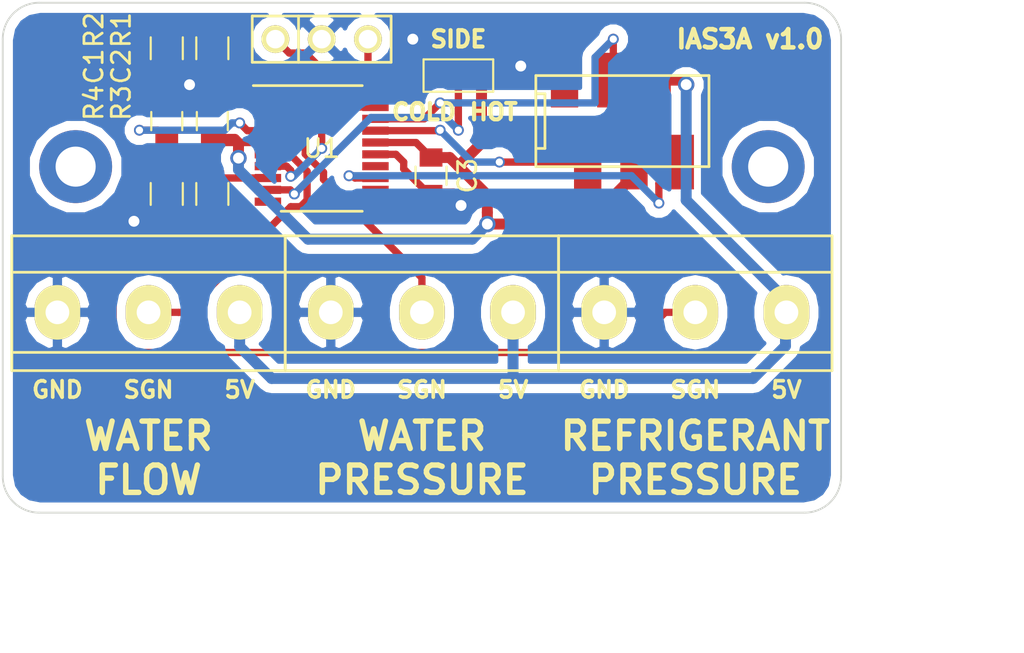
<source format=kicad_pcb>
(kicad_pcb (version 4) (host pcbnew 4.0.7-e2-6376~58~ubuntu16.04.1)

  (general
    (links 34)
    (no_connects 0)
    (area 130.609523 85.485 190.85 124.7)
    (thickness 1.6)
    (drawings 26)
    (tracks 162)
    (zones 0)
    (modules 14)
    (nets 16)
  )

  (page A4)
  (layers
    (0 F.Cu signal)
    (31 B.Cu signal)
    (32 B.Adhes user)
    (33 F.Adhes user)
    (34 B.Paste user)
    (35 F.Paste user)
    (36 B.SilkS user)
    (37 F.SilkS user)
    (38 B.Mask user)
    (39 F.Mask user)
    (40 Dwgs.User user)
    (41 Cmts.User user)
    (42 Eco1.User user)
    (43 Eco2.User user)
    (44 Edge.Cuts user)
    (45 Margin user)
    (46 B.CrtYd user)
    (47 F.CrtYd user)
    (48 B.Fab user hide)
    (49 F.Fab user hide)
  )

  (setup
    (last_trace_width 0.4)
    (trace_clearance 0.2)
    (zone_clearance 0.508)
    (zone_45_only no)
    (trace_min 0.2)
    (segment_width 0.2)
    (edge_width 0.1)
    (via_size 0.6)
    (via_drill 0.4)
    (via_min_size 0.4)
    (via_min_drill 0.3)
    (user_via 0.9 0.6)
    (user_via 3 1)
    (user_via 4 2.2)
    (uvia_size 0.3)
    (uvia_drill 0.1)
    (uvias_allowed no)
    (uvia_min_size 0.2)
    (uvia_min_drill 0.1)
    (pcb_text_width 0.3)
    (pcb_text_size 1.5 1.5)
    (mod_edge_width 0.15)
    (mod_text_size 1 1)
    (mod_text_width 0.15)
    (pad_size 1.5 1.5)
    (pad_drill 0.6)
    (pad_to_mask_clearance 0)
    (aux_axis_origin 131 115)
    (visible_elements FFFFFF7F)
    (pcbplotparams
      (layerselection 0x010f0_80000001)
      (usegerberextensions false)
      (excludeedgelayer true)
      (linewidth 0.100000)
      (plotframeref false)
      (viasonmask false)
      (mode 1)
      (useauxorigin false)
      (hpglpennumber 1)
      (hpglpenspeed 20)
      (hpglpendiameter 15)
      (hpglpenoverlay 2)
      (psnegative false)
      (psa4output false)
      (plotreference true)
      (plotvalue true)
      (plotinvisibletext false)
      (padsonsilk false)
      (subtractmaskfromsilk false)
      (outputformat 1)
      (mirror false)
      (drillshape 0)
      (scaleselection 1)
      (outputdirectory gerber/))
  )

  (net 0 "")
  (net 1 "Net-(C1-Pad1)")
  (net 2 GND)
  (net 3 +3V3)
  (net 4 "Net-(J1-Pad2)")
  (net 5 +5V)
  (net 6 "Net-(J2-Pad2)")
  (net 7 "Net-(J3-Pad2)")
  (net 8 /ALERT)
  (net 9 /SCL)
  (net 10 /SDA)
  (net 11 /SWDIO)
  (net 12 /SWCLK)
  (net 13 "Net-(J4-Pad2)")
  (net 14 "Net-(R1-Pad2)")
  (net 15 "Net-(R3-Pad2)")

  (net_class Default "This is the default net class."
    (clearance 0.2)
    (trace_width 0.4)
    (via_dia 0.6)
    (via_drill 0.4)
    (uvia_dia 0.3)
    (uvia_drill 0.1)
    (add_net /ALERT)
    (add_net /SCL)
    (add_net /SDA)
    (add_net /SWCLK)
    (add_net /SWDIO)
    (add_net "Net-(C1-Pad1)")
    (add_net "Net-(J1-Pad2)")
    (add_net "Net-(J2-Pad2)")
    (add_net "Net-(J3-Pad2)")
    (add_net "Net-(J4-Pad2)")
    (add_net "Net-(R1-Pad2)")
    (add_net "Net-(R3-Pad2)")
  )

  (net_class PWR ""
    (clearance 0.2)
    (trace_width 0.6)
    (via_dia 0.9)
    (via_drill 0.6)
    (uvia_dia 0.3)
    (uvia_drill 0.1)
    (add_net +3V3)
    (add_net +5V)
    (add_net GND)
  )

  (module Capacitors_SMD:C_0805 (layer F.Cu) (tedit 58AA8463) (tstamp 5B736B47)
    (at 140 93.5 90)
    (descr "Capacitor SMD 0805, reflow soldering, AVX (see smccp.pdf)")
    (tags "capacitor 0805")
    (path /5B730B31)
    (attr smd)
    (fp_text reference C1 (at 3 -4 90) (layer F.SilkS)
      (effects (font (size 1 1) (thickness 0.15)))
    )
    (fp_text value 100n (at 0 1.75 90) (layer F.Fab)
      (effects (font (size 1 1) (thickness 0.15)))
    )
    (fp_text user %R (at 0 -1.5 90) (layer F.Fab)
      (effects (font (size 1 1) (thickness 0.15)))
    )
    (fp_line (start -1 0.62) (end -1 -0.62) (layer F.Fab) (width 0.1))
    (fp_line (start 1 0.62) (end -1 0.62) (layer F.Fab) (width 0.1))
    (fp_line (start 1 -0.62) (end 1 0.62) (layer F.Fab) (width 0.1))
    (fp_line (start -1 -0.62) (end 1 -0.62) (layer F.Fab) (width 0.1))
    (fp_line (start 0.5 -0.85) (end -0.5 -0.85) (layer F.SilkS) (width 0.12))
    (fp_line (start -0.5 0.85) (end 0.5 0.85) (layer F.SilkS) (width 0.12))
    (fp_line (start -1.75 -0.88) (end 1.75 -0.88) (layer F.CrtYd) (width 0.05))
    (fp_line (start -1.75 -0.88) (end -1.75 0.87) (layer F.CrtYd) (width 0.05))
    (fp_line (start 1.75 0.87) (end 1.75 -0.88) (layer F.CrtYd) (width 0.05))
    (fp_line (start 1.75 0.87) (end -1.75 0.87) (layer F.CrtYd) (width 0.05))
    (pad 1 smd rect (at -1 0 90) (size 1 1.25) (layers F.Cu F.Paste F.Mask)
      (net 1 "Net-(C1-Pad1)"))
    (pad 2 smd rect (at 1 0 90) (size 1 1.25) (layers F.Cu F.Paste F.Mask)
      (net 2 GND))
    (model Capacitors_SMD.3dshapes/C_0805.wrl
      (at (xyz 0 0 0))
      (scale (xyz 1 1 1))
      (rotate (xyz 0 0 0))
    )
  )

  (module Capacitors_SMD:C_0805 (layer F.Cu) (tedit 58AA8463) (tstamp 5B736B4D)
    (at 142.5 93.5 90)
    (descr "Capacitor SMD 0805, reflow soldering, AVX (see smccp.pdf)")
    (tags "capacitor 0805")
    (path /5B72E37D)
    (attr smd)
    (fp_text reference C2 (at 3 -5 90) (layer F.SilkS)
      (effects (font (size 1 1) (thickness 0.15)))
    )
    (fp_text value 100n (at 0 1.75 90) (layer F.Fab)
      (effects (font (size 1 1) (thickness 0.15)))
    )
    (fp_text user %R (at 0 -1.5 90) (layer F.Fab)
      (effects (font (size 1 1) (thickness 0.15)))
    )
    (fp_line (start -1 0.62) (end -1 -0.62) (layer F.Fab) (width 0.1))
    (fp_line (start 1 0.62) (end -1 0.62) (layer F.Fab) (width 0.1))
    (fp_line (start 1 -0.62) (end 1 0.62) (layer F.Fab) (width 0.1))
    (fp_line (start -1 -0.62) (end 1 -0.62) (layer F.Fab) (width 0.1))
    (fp_line (start 0.5 -0.85) (end -0.5 -0.85) (layer F.SilkS) (width 0.12))
    (fp_line (start -0.5 0.85) (end 0.5 0.85) (layer F.SilkS) (width 0.12))
    (fp_line (start -1.75 -0.88) (end 1.75 -0.88) (layer F.CrtYd) (width 0.05))
    (fp_line (start -1.75 -0.88) (end -1.75 0.87) (layer F.CrtYd) (width 0.05))
    (fp_line (start 1.75 0.87) (end 1.75 -0.88) (layer F.CrtYd) (width 0.05))
    (fp_line (start 1.75 0.87) (end -1.75 0.87) (layer F.CrtYd) (width 0.05))
    (pad 1 smd rect (at -1 0 90) (size 1 1.25) (layers F.Cu F.Paste F.Mask)
      (net 3 +3V3))
    (pad 2 smd rect (at 1 0 90) (size 1 1.25) (layers F.Cu F.Paste F.Mask)
      (net 2 GND))
    (model Capacitors_SMD.3dshapes/C_0805.wrl
      (at (xyz 0 0 0))
      (scale (xyz 1 1 1))
      (rotate (xyz 0 0 0))
    )
  )

  (module Capacitors_SMD:C_0805 (layer F.Cu) (tedit 58AA8463) (tstamp 5B736B53)
    (at 154.5 96.5 270)
    (descr "Capacitor SMD 0805, reflow soldering, AVX (see smccp.pdf)")
    (tags "capacitor 0805")
    (path /5B73420C)
    (attr smd)
    (fp_text reference C3 (at 0 -2 270) (layer F.SilkS)
      (effects (font (size 1 1) (thickness 0.15)))
    )
    (fp_text value 100n (at 0 1.75 270) (layer F.Fab)
      (effects (font (size 1 1) (thickness 0.15)))
    )
    (fp_text user %R (at 0 -1.5 270) (layer F.Fab)
      (effects (font (size 1 1) (thickness 0.15)))
    )
    (fp_line (start -1 0.62) (end -1 -0.62) (layer F.Fab) (width 0.1))
    (fp_line (start 1 0.62) (end -1 0.62) (layer F.Fab) (width 0.1))
    (fp_line (start 1 -0.62) (end 1 0.62) (layer F.Fab) (width 0.1))
    (fp_line (start -1 -0.62) (end 1 -0.62) (layer F.Fab) (width 0.1))
    (fp_line (start 0.5 -0.85) (end -0.5 -0.85) (layer F.SilkS) (width 0.12))
    (fp_line (start -0.5 0.85) (end 0.5 0.85) (layer F.SilkS) (width 0.12))
    (fp_line (start -1.75 -0.88) (end 1.75 -0.88) (layer F.CrtYd) (width 0.05))
    (fp_line (start -1.75 -0.88) (end -1.75 0.87) (layer F.CrtYd) (width 0.05))
    (fp_line (start 1.75 0.87) (end 1.75 -0.88) (layer F.CrtYd) (width 0.05))
    (fp_line (start 1.75 0.87) (end -1.75 0.87) (layer F.CrtYd) (width 0.05))
    (pad 1 smd rect (at -1 0 270) (size 1 1.25) (layers F.Cu F.Paste F.Mask)
      (net 3 +3V3))
    (pad 2 smd rect (at 1 0 270) (size 1 1.25) (layers F.Cu F.Paste F.Mask)
      (net 2 GND))
    (model Capacitors_SMD.3dshapes/C_0805.wrl
      (at (xyz 0 0 0))
      (scale (xyz 1 1 1))
      (rotate (xyz 0 0 0))
    )
  )

  (module device.farm:DG301-5.0-03 (layer F.Cu) (tedit 5B7368CF) (tstamp 5B736B66)
    (at 134 104)
    (path /5B7358BE)
    (fp_text reference J2 (at 0 4.4) (layer F.SilkS) hide
      (effects (font (size 1 1) (thickness 0.15)))
    )
    (fp_text value "Flow Ext" (at 0 -5.4) (layer F.Fab)
      (effects (font (size 1 1) (thickness 0.15)))
    )
    (fp_line (start -2.5 2.2) (end 12.5 2.2) (layer F.SilkS) (width 0.15))
    (fp_line (start -2.5 -2.2) (end 12.5 -2.2) (layer F.SilkS) (width 0.15))
    (fp_line (start -2.5 3.2) (end -2.5 -4.2) (layer F.SilkS) (width 0.15))
    (fp_line (start 12.5 3.2) (end -2.5 3.2) (layer F.SilkS) (width 0.15))
    (fp_line (start 12.5 -4.2) (end 12.5 3.2) (layer F.SilkS) (width 0.15))
    (fp_line (start -2.5 -4.2) (end 12.5 -4.2) (layer F.SilkS) (width 0.15))
    (pad 1 thru_hole oval (at 0 0) (size 2.5 3) (drill 1.3) (layers *.Cu *.Mask F.SilkS)
      (net 2 GND))
    (pad 2 thru_hole oval (at 5 0) (size 2.5 3) (drill 1.3) (layers *.Cu *.Mask F.SilkS)
      (net 6 "Net-(J2-Pad2)"))
    (pad 3 thru_hole oval (at 10 0) (size 2.5 3) (drill 1.3) (layers *.Cu *.Mask F.SilkS)
      (net 5 +5V))
    (model ${DF}/DG301-5.0-03.wrl
      (at (xyz 0 0 0))
      (scale (xyz 0.3937 0.3937 0.3937))
      (rotate (xyz 0 0 0))
    )
  )

  (module device.farm:DG301-5.0-03 (layer F.Cu) (tedit 5B7368D2) (tstamp 5B736B73)
    (at 149 104)
    (path /5B73592D)
    (fp_text reference J3 (at 0 4.4) (layer F.SilkS) hide
      (effects (font (size 1 1) (thickness 0.15)))
    )
    (fp_text value "Pressure Ext" (at 0 -5.4) (layer F.Fab)
      (effects (font (size 1 1) (thickness 0.15)))
    )
    (fp_line (start -2.5 2.2) (end 12.5 2.2) (layer F.SilkS) (width 0.15))
    (fp_line (start -2.5 -2.2) (end 12.5 -2.2) (layer F.SilkS) (width 0.15))
    (fp_line (start -2.5 3.2) (end -2.5 -4.2) (layer F.SilkS) (width 0.15))
    (fp_line (start 12.5 3.2) (end -2.5 3.2) (layer F.SilkS) (width 0.15))
    (fp_line (start 12.5 -4.2) (end 12.5 3.2) (layer F.SilkS) (width 0.15))
    (fp_line (start -2.5 -4.2) (end 12.5 -4.2) (layer F.SilkS) (width 0.15))
    (pad 1 thru_hole oval (at 0 0) (size 2.5 3) (drill 1.3) (layers *.Cu *.Mask F.SilkS)
      (net 2 GND))
    (pad 2 thru_hole oval (at 5 0) (size 2.5 3) (drill 1.3) (layers *.Cu *.Mask F.SilkS)
      (net 7 "Net-(J3-Pad2)"))
    (pad 3 thru_hole oval (at 10 0) (size 2.5 3) (drill 1.3) (layers *.Cu *.Mask F.SilkS)
      (net 5 +5V))
    (model ${DF}/DG301-5.0-03.wrl
      (at (xyz 0 0 0))
      (scale (xyz 0.3937 0.3937 0.3937))
      (rotate (xyz 0 0 0))
    )
  )

  (module device.farm:DG301-5.0-03 (layer F.Cu) (tedit 5B7368D5) (tstamp 5B736B80)
    (at 164 104)
    (path /5B735958)
    (fp_text reference J4 (at 0 4.4) (layer F.SilkS) hide
      (effects (font (size 1 1) (thickness 0.15)))
    )
    (fp_text value "Pressure Int" (at 0 -5.4) (layer F.Fab)
      (effects (font (size 1 1) (thickness 0.15)))
    )
    (fp_line (start -2.5 2.2) (end 12.5 2.2) (layer F.SilkS) (width 0.15))
    (fp_line (start -2.5 -2.2) (end 12.5 -2.2) (layer F.SilkS) (width 0.15))
    (fp_line (start -2.5 3.2) (end -2.5 -4.2) (layer F.SilkS) (width 0.15))
    (fp_line (start 12.5 3.2) (end -2.5 3.2) (layer F.SilkS) (width 0.15))
    (fp_line (start 12.5 -4.2) (end 12.5 3.2) (layer F.SilkS) (width 0.15))
    (fp_line (start -2.5 -4.2) (end 12.5 -4.2) (layer F.SilkS) (width 0.15))
    (pad 1 thru_hole oval (at 0 0) (size 2.5 3) (drill 1.3) (layers *.Cu *.Mask F.SilkS)
      (net 2 GND))
    (pad 2 thru_hole oval (at 5 0) (size 2.5 3) (drill 1.3) (layers *.Cu *.Mask F.SilkS)
      (net 13 "Net-(J4-Pad2)"))
    (pad 3 thru_hole oval (at 10 0) (size 2.5 3) (drill 1.3) (layers *.Cu *.Mask F.SilkS)
      (net 5 +5V))
    (model ${DF}/DG301-5.0-03.wrl
      (at (xyz 0 0 0))
      (scale (xyz 0.3937 0.3937 0.3937))
      (rotate (xyz 0 0 0))
    )
  )

  (module Resistors_SMD:R_0805 (layer F.Cu) (tedit 58E0A804) (tstamp 5B736BA8)
    (at 142.5 89.5 90)
    (descr "Resistor SMD 0805, reflow soldering, Vishay (see dcrcw.pdf)")
    (tags "resistor 0805")
    (path /5B736C1A)
    (attr smd)
    (fp_text reference R1 (at 1 -5 90) (layer F.SilkS)
      (effects (font (size 1 1) (thickness 0.15)))
    )
    (fp_text value 4k7 (at 0 1.75 90) (layer F.Fab)
      (effects (font (size 1 1) (thickness 0.15)))
    )
    (fp_text user %R (at 0 0 90) (layer F.Fab)
      (effects (font (size 0.5 0.5) (thickness 0.075)))
    )
    (fp_line (start -1 0.62) (end -1 -0.62) (layer F.Fab) (width 0.1))
    (fp_line (start 1 0.62) (end -1 0.62) (layer F.Fab) (width 0.1))
    (fp_line (start 1 -0.62) (end 1 0.62) (layer F.Fab) (width 0.1))
    (fp_line (start -1 -0.62) (end 1 -0.62) (layer F.Fab) (width 0.1))
    (fp_line (start 0.6 0.88) (end -0.6 0.88) (layer F.SilkS) (width 0.12))
    (fp_line (start -0.6 -0.88) (end 0.6 -0.88) (layer F.SilkS) (width 0.12))
    (fp_line (start -1.55 -0.9) (end 1.55 -0.9) (layer F.CrtYd) (width 0.05))
    (fp_line (start -1.55 -0.9) (end -1.55 0.9) (layer F.CrtYd) (width 0.05))
    (fp_line (start 1.55 0.9) (end 1.55 -0.9) (layer F.CrtYd) (width 0.05))
    (fp_line (start 1.55 0.9) (end -1.55 0.9) (layer F.CrtYd) (width 0.05))
    (pad 1 smd rect (at -0.95 0 90) (size 0.7 1.3) (layers F.Cu F.Paste F.Mask)
      (net 7 "Net-(J3-Pad2)"))
    (pad 2 smd rect (at 0.95 0 90) (size 0.7 1.3) (layers F.Cu F.Paste F.Mask)
      (net 14 "Net-(R1-Pad2)"))
    (model ${KISYS3DMOD}/Resistors_SMD.3dshapes/R_0805.wrl
      (at (xyz 0 0 0))
      (scale (xyz 1 1 1))
      (rotate (xyz 0 0 0))
    )
  )

  (module Resistors_SMD:R_0805 (layer F.Cu) (tedit 58E0A804) (tstamp 5B736BB9)
    (at 140 89.5 90)
    (descr "Resistor SMD 0805, reflow soldering, Vishay (see dcrcw.pdf)")
    (tags "resistor 0805")
    (path /5B736C74)
    (attr smd)
    (fp_text reference R2 (at 1 -4 90) (layer F.SilkS)
      (effects (font (size 1 1) (thickness 0.15)))
    )
    (fp_text value 10k (at 0 1.75 90) (layer F.Fab)
      (effects (font (size 1 1) (thickness 0.15)))
    )
    (fp_text user %R (at 0 0 90) (layer F.Fab)
      (effects (font (size 0.5 0.5) (thickness 0.075)))
    )
    (fp_line (start -1 0.62) (end -1 -0.62) (layer F.Fab) (width 0.1))
    (fp_line (start 1 0.62) (end -1 0.62) (layer F.Fab) (width 0.1))
    (fp_line (start 1 -0.62) (end 1 0.62) (layer F.Fab) (width 0.1))
    (fp_line (start -1 -0.62) (end 1 -0.62) (layer F.Fab) (width 0.1))
    (fp_line (start 0.6 0.88) (end -0.6 0.88) (layer F.SilkS) (width 0.12))
    (fp_line (start -0.6 -0.88) (end 0.6 -0.88) (layer F.SilkS) (width 0.12))
    (fp_line (start -1.55 -0.9) (end 1.55 -0.9) (layer F.CrtYd) (width 0.05))
    (fp_line (start -1.55 -0.9) (end -1.55 0.9) (layer F.CrtYd) (width 0.05))
    (fp_line (start 1.55 0.9) (end 1.55 -0.9) (layer F.CrtYd) (width 0.05))
    (fp_line (start 1.55 0.9) (end -1.55 0.9) (layer F.CrtYd) (width 0.05))
    (pad 1 smd rect (at -0.95 0 90) (size 0.7 1.3) (layers F.Cu F.Paste F.Mask)
      (net 2 GND))
    (pad 2 smd rect (at 0.95 0 90) (size 0.7 1.3) (layers F.Cu F.Paste F.Mask)
      (net 14 "Net-(R1-Pad2)"))
    (model ${KISYS3DMOD}/Resistors_SMD.3dshapes/R_0805.wrl
      (at (xyz 0 0 0))
      (scale (xyz 1 1 1))
      (rotate (xyz 0 0 0))
    )
  )

  (module Resistors_SMD:R_0805 (layer F.Cu) (tedit 58E0A804) (tstamp 5B736BCA)
    (at 142.5 97.5 90)
    (descr "Resistor SMD 0805, reflow soldering, Vishay (see dcrcw.pdf)")
    (tags "resistor 0805")
    (path /5B736CEC)
    (attr smd)
    (fp_text reference R3 (at 5 -5 90) (layer F.SilkS)
      (effects (font (size 1 1) (thickness 0.15)))
    )
    (fp_text value 4k7 (at 0 1.75 90) (layer F.Fab)
      (effects (font (size 1 1) (thickness 0.15)))
    )
    (fp_text user %R (at 0 0 90) (layer F.Fab)
      (effects (font (size 0.5 0.5) (thickness 0.075)))
    )
    (fp_line (start -1 0.62) (end -1 -0.62) (layer F.Fab) (width 0.1))
    (fp_line (start 1 0.62) (end -1 0.62) (layer F.Fab) (width 0.1))
    (fp_line (start 1 -0.62) (end 1 0.62) (layer F.Fab) (width 0.1))
    (fp_line (start -1 -0.62) (end 1 -0.62) (layer F.Fab) (width 0.1))
    (fp_line (start 0.6 0.88) (end -0.6 0.88) (layer F.SilkS) (width 0.12))
    (fp_line (start -0.6 -0.88) (end 0.6 -0.88) (layer F.SilkS) (width 0.12))
    (fp_line (start -1.55 -0.9) (end 1.55 -0.9) (layer F.CrtYd) (width 0.05))
    (fp_line (start -1.55 -0.9) (end -1.55 0.9) (layer F.CrtYd) (width 0.05))
    (fp_line (start 1.55 0.9) (end 1.55 -0.9) (layer F.CrtYd) (width 0.05))
    (fp_line (start 1.55 0.9) (end -1.55 0.9) (layer F.CrtYd) (width 0.05))
    (pad 1 smd rect (at -0.95 0 90) (size 0.7 1.3) (layers F.Cu F.Paste F.Mask)
      (net 13 "Net-(J4-Pad2)"))
    (pad 2 smd rect (at 0.95 0 90) (size 0.7 1.3) (layers F.Cu F.Paste F.Mask)
      (net 15 "Net-(R3-Pad2)"))
    (model ${KISYS3DMOD}/Resistors_SMD.3dshapes/R_0805.wrl
      (at (xyz 0 0 0))
      (scale (xyz 1 1 1))
      (rotate (xyz 0 0 0))
    )
  )

  (module Resistors_SMD:R_0805 (layer F.Cu) (tedit 58E0A804) (tstamp 5B736BDB)
    (at 140 97.5 90)
    (descr "Resistor SMD 0805, reflow soldering, Vishay (see dcrcw.pdf)")
    (tags "resistor 0805")
    (path /5B736D37)
    (attr smd)
    (fp_text reference R4 (at 5 -4 90) (layer F.SilkS)
      (effects (font (size 1 1) (thickness 0.15)))
    )
    (fp_text value 10k (at 0 1.75 90) (layer F.Fab)
      (effects (font (size 1 1) (thickness 0.15)))
    )
    (fp_text user %R (at 0 0 90) (layer F.Fab)
      (effects (font (size 0.5 0.5) (thickness 0.075)))
    )
    (fp_line (start -1 0.62) (end -1 -0.62) (layer F.Fab) (width 0.1))
    (fp_line (start 1 0.62) (end -1 0.62) (layer F.Fab) (width 0.1))
    (fp_line (start 1 -0.62) (end 1 0.62) (layer F.Fab) (width 0.1))
    (fp_line (start -1 -0.62) (end 1 -0.62) (layer F.Fab) (width 0.1))
    (fp_line (start 0.6 0.88) (end -0.6 0.88) (layer F.SilkS) (width 0.12))
    (fp_line (start -0.6 -0.88) (end 0.6 -0.88) (layer F.SilkS) (width 0.12))
    (fp_line (start -1.55 -0.9) (end 1.55 -0.9) (layer F.CrtYd) (width 0.05))
    (fp_line (start -1.55 -0.9) (end -1.55 0.9) (layer F.CrtYd) (width 0.05))
    (fp_line (start 1.55 0.9) (end 1.55 -0.9) (layer F.CrtYd) (width 0.05))
    (fp_line (start 1.55 0.9) (end -1.55 0.9) (layer F.CrtYd) (width 0.05))
    (pad 1 smd rect (at -0.95 0 90) (size 0.7 1.3) (layers F.Cu F.Paste F.Mask)
      (net 2 GND))
    (pad 2 smd rect (at 0.95 0 90) (size 0.7 1.3) (layers F.Cu F.Paste F.Mask)
      (net 15 "Net-(R3-Pad2)"))
    (model ${KISYS3DMOD}/Resistors_SMD.3dshapes/R_0805.wrl
      (at (xyz 0 0 0))
      (scale (xyz 1 1 1))
      (rotate (xyz 0 0 0))
    )
  )

  (module Housings_SSOP:TSSOP-20_4.4x6.5mm_Pitch0.65mm (layer F.Cu) (tedit 54130A77) (tstamp 5B736BF3)
    (at 148.5 95)
    (descr "20-Lead Plastic Thin Shrink Small Outline (ST)-4.4 mm Body [TSSOP] (see Microchip Packaging Specification 00000049BS.pdf)")
    (tags "SSOP 0.65")
    (path /5B734BEB)
    (attr smd)
    (fp_text reference U1 (at 0 0) (layer F.SilkS)
      (effects (font (size 1 1) (thickness 0.15)))
    )
    (fp_text value STM32F030F4Px (at 0 4.3) (layer F.Fab)
      (effects (font (size 1 1) (thickness 0.15)))
    )
    (fp_line (start -1.2 -3.25) (end 2.2 -3.25) (layer F.Fab) (width 0.15))
    (fp_line (start 2.2 -3.25) (end 2.2 3.25) (layer F.Fab) (width 0.15))
    (fp_line (start 2.2 3.25) (end -2.2 3.25) (layer F.Fab) (width 0.15))
    (fp_line (start -2.2 3.25) (end -2.2 -2.25) (layer F.Fab) (width 0.15))
    (fp_line (start -2.2 -2.25) (end -1.2 -3.25) (layer F.Fab) (width 0.15))
    (fp_line (start -3.95 -3.55) (end -3.95 3.55) (layer F.CrtYd) (width 0.05))
    (fp_line (start 3.95 -3.55) (end 3.95 3.55) (layer F.CrtYd) (width 0.05))
    (fp_line (start -3.95 -3.55) (end 3.95 -3.55) (layer F.CrtYd) (width 0.05))
    (fp_line (start -3.95 3.55) (end 3.95 3.55) (layer F.CrtYd) (width 0.05))
    (fp_line (start -2.225 3.45) (end 2.225 3.45) (layer F.SilkS) (width 0.15))
    (fp_line (start -3.75 -3.45) (end 2.225 -3.45) (layer F.SilkS) (width 0.15))
    (fp_text user %R (at 0 0) (layer F.Fab)
      (effects (font (size 0.8 0.8) (thickness 0.15)))
    )
    (pad 1 smd rect (at -2.95 -2.925) (size 1.45 0.45) (layers F.Cu F.Paste F.Mask)
      (net 2 GND))
    (pad 2 smd rect (at -2.95 -2.275) (size 1.45 0.45) (layers F.Cu F.Paste F.Mask))
    (pad 3 smd rect (at -2.95 -1.625) (size 1.45 0.45) (layers F.Cu F.Paste F.Mask))
    (pad 4 smd rect (at -2.95 -0.975) (size 1.45 0.45) (layers F.Cu F.Paste F.Mask)
      (net 1 "Net-(C1-Pad1)"))
    (pad 5 smd rect (at -2.95 -0.325) (size 1.45 0.45) (layers F.Cu F.Paste F.Mask)
      (net 3 +3V3))
    (pad 6 smd rect (at -2.95 0.325) (size 1.45 0.45) (layers F.Cu F.Paste F.Mask)
      (net 6 "Net-(J2-Pad2)"))
    (pad 7 smd rect (at -2.95 0.975) (size 1.45 0.45) (layers F.Cu F.Paste F.Mask)
      (net 14 "Net-(R1-Pad2)"))
    (pad 8 smd rect (at -2.95 1.625) (size 1.45 0.45) (layers F.Cu F.Paste F.Mask)
      (net 15 "Net-(R3-Pad2)"))
    (pad 9 smd rect (at -2.95 2.275) (size 1.45 0.45) (layers F.Cu F.Paste F.Mask)
      (net 4 "Net-(J1-Pad2)"))
    (pad 10 smd rect (at -2.95 2.925) (size 1.45 0.45) (layers F.Cu F.Paste F.Mask))
    (pad 11 smd rect (at 2.95 2.925) (size 1.45 0.45) (layers F.Cu F.Paste F.Mask))
    (pad 12 smd rect (at 2.95 2.275) (size 1.45 0.45) (layers F.Cu F.Paste F.Mask))
    (pad 13 smd rect (at 2.95 1.625) (size 1.45 0.45) (layers F.Cu F.Paste F.Mask)
      (net 8 /ALERT))
    (pad 14 smd rect (at 2.95 0.975) (size 1.45 0.45) (layers F.Cu F.Paste F.Mask))
    (pad 15 smd rect (at 2.95 0.325) (size 1.45 0.45) (layers F.Cu F.Paste F.Mask)
      (net 2 GND))
    (pad 16 smd rect (at 2.95 -0.325) (size 1.45 0.45) (layers F.Cu F.Paste F.Mask)
      (net 3 +3V3))
    (pad 17 smd rect (at 2.95 -0.975) (size 1.45 0.45) (layers F.Cu F.Paste F.Mask)
      (net 9 /SCL))
    (pad 18 smd rect (at 2.95 -1.625) (size 1.45 0.45) (layers F.Cu F.Paste F.Mask)
      (net 10 /SDA))
    (pad 19 smd rect (at 2.95 -2.275) (size 1.45 0.45) (layers F.Cu F.Paste F.Mask)
      (net 11 /SWDIO))
    (pad 20 smd rect (at 2.95 -2.925) (size 1.45 0.45) (layers F.Cu F.Paste F.Mask)
      (net 12 /SWCLK))
    (model ${KISYS3DMOD}/Housings_SSOP.3dshapes/TSSOP-20_4.4x6.5mm_Pitch0.65mm.wrl
      (at (xyz 0 0 0))
      (scale (xyz 1 1 1))
      (rotate (xyz 0 0 0))
    )
  )

  (module device.farm:Micro-Match-FOB-6 (layer F.Cu) (tedit 5B737B87) (tstamp 5B736C04)
    (at 165 93.5)
    (path /5B72E107)
    (fp_text reference X1 (at 0 5) (layer F.SilkS) hide
      (effects (font (size 1 1) (thickness 0.15)))
    )
    (fp_text value I2C-6P (at 0 -5) (layer F.Fab)
      (effects (font (size 1 1) (thickness 0.15)))
    )
    (fp_line (start -4.75 -2.5) (end 4.75 -2.5) (layer F.SilkS) (width 0.15))
    (fp_line (start -4.75 2.5) (end 4.75 2.5) (layer F.SilkS) (width 0.15))
    (fp_line (start -4.75 -2.5) (end -4.75 2.5) (layer F.SilkS) (width 0.15))
    (fp_line (start 4.75 -2.5) (end 4.75 2.5) (layer F.SilkS) (width 0.15))
    (fp_line (start -4.75 -1.5) (end -4.25 -1.5) (layer F.SilkS) (width 0.15))
    (fp_line (start -4.25 -1.5) (end -4.25 1.5) (layer F.SilkS) (width 0.15))
    (fp_line (start -4.75 1.5) (end -4.25 1.5) (layer F.SilkS) (width 0.15))
    (pad 1 smd rect (at -3.175 -2.25) (size 1.5 3) (layers F.Cu F.Paste F.Mask)
      (net 2 GND))
    (pad 2 smd rect (at -1.905 2.25) (size 1.5 3) (layers F.Cu F.Paste F.Mask)
      (net 9 /SCL))
    (pad 3 smd rect (at -0.635 -2.25) (size 1.5 3) (layers F.Cu F.Paste F.Mask)
      (net 10 /SDA))
    (pad 4 smd rect (at 0.635 2.25) (size 1.5 3) (layers F.Cu F.Paste F.Mask)
      (net 3 +3V3))
    (pad 5 smd rect (at 1.905 -2.25) (size 1.5 3) (layers F.Cu F.Paste F.Mask)
      (net 5 +5V))
    (pad 6 smd rect (at 3.175 2.25) (size 1.5 3) (layers F.Cu F.Paste F.Mask)
      (net 8 /ALERT))
    (model ${DF}/Micro-Match-FOB-6.wrl
      (at (xyz 0 0 0))
      (scale (xyz 0.393701 0.393701 0.393701))
      (rotate (xyz 0 0 0))
    )
  )

  (module device.farm:SWD (layer F.Cu) (tedit 5B737B91) (tstamp 5B736C10)
    (at 148.5 89)
    (path /5B72E3F4)
    (fp_text reference X2 (at 0 2.54) (layer F.SilkS) hide
      (effects (font (size 1 1) (thickness 0.15)))
    )
    (fp_text value SWD (at 0 -2.54) (layer F.Fab)
      (effects (font (size 1 1) (thickness 0.15)))
    )
    (fp_line (start -1.27 -1.27) (end -1.27 1.27) (layer F.SilkS) (width 0.15))
    (fp_line (start -3.81 -1.27) (end 3.81 -1.27) (layer F.SilkS) (width 0.15))
    (fp_line (start 3.81 -1.27) (end 3.81 1.27) (layer F.SilkS) (width 0.15))
    (fp_line (start 3.81 1.27) (end -3.81 1.27) (layer F.SilkS) (width 0.15))
    (fp_line (start -3.81 1.27) (end -3.81 -1.27) (layer F.SilkS) (width 0.15))
    (pad 1 thru_hole circle (at -2.54 0) (size 1.524 1.524) (drill 1.016) (layers *.Cu *.Mask F.SilkS)
      (net 11 /SWDIO))
    (pad 2 thru_hole circle (at 0 0) (size 1.524 1.524) (drill 1.016) (layers *.Cu *.Mask F.SilkS)
      (net 2 GND))
    (pad 3 thru_hole circle (at 2.54 0) (size 1.524 1.524) (drill 1.016) (layers *.Cu *.Mask F.SilkS)
      (net 12 /SWCLK))
  )

  (module Connectors:GS3 (layer F.Cu) (tedit 5B73789D) (tstamp 5B73736A)
    (at 156 91 90)
    (descr "3-pin solder bridge")
    (tags "solder bridge")
    (path /5B7355B0)
    (attr smd)
    (fp_text reference J1 (at -1.7 0 180) (layer F.SilkS) hide
      (effects (font (size 1 1) (thickness 0.15)))
    )
    (fp_text value Address (at 1.8 0 180) (layer F.Fab)
      (effects (font (size 1 1) (thickness 0.15)))
    )
    (fp_line (start -1.15 -2.15) (end 1.15 -2.15) (layer F.CrtYd) (width 0.05))
    (fp_line (start 1.15 -2.15) (end 1.15 2.15) (layer F.CrtYd) (width 0.05))
    (fp_line (start 1.15 2.15) (end -1.15 2.15) (layer F.CrtYd) (width 0.05))
    (fp_line (start -1.15 2.15) (end -1.15 -2.15) (layer F.CrtYd) (width 0.05))
    (fp_line (start -0.89 -1.91) (end -0.89 1.91) (layer F.SilkS) (width 0.12))
    (fp_line (start -0.89 1.91) (end 0.89 1.91) (layer F.SilkS) (width 0.12))
    (fp_line (start 0.89 1.91) (end 0.89 -1.91) (layer F.SilkS) (width 0.12))
    (fp_line (start -0.89 -1.91) (end 0.89 -1.91) (layer F.SilkS) (width 0.12))
    (pad 1 smd rect (at 0 -1.27 90) (size 1.27 0.97) (layers F.Cu F.Paste F.Mask)
      (net 2 GND))
    (pad 2 smd rect (at 0 0 90) (size 1.27 0.97) (layers F.Cu F.Paste F.Mask)
      (net 4 "Net-(J1-Pad2)"))
    (pad 3 smd rect (at 0 1.27 90) (size 1.27 0.97) (layers F.Cu F.Paste F.Mask)
      (net 3 +3V3))
  )

  (gr_text "IAS3A v1.0" (at 172 89) (layer F.SilkS)
    (effects (font (size 1 1) (thickness 0.25)))
  )
  (gr_text SIDE (at 156 89) (layer F.SilkS) (tstamp 5B737F52)
    (effects (font (size 0.9 0.9) (thickness 0.225)))
  )
  (gr_text HOT (at 156.5 93) (layer F.SilkS) (tstamp 5B737DD7)
    (effects (font (size 0.9 0.9) (thickness 0.225)) (justify left))
  )
  (gr_text COLD (at 156 93) (layer F.SilkS)
    (effects (font (size 0.9 0.9) (thickness 0.225)) (justify right))
  )
  (gr_arc (start 175 89) (end 175 87) (angle 90) (layer Edge.Cuts) (width 0.1))
  (gr_arc (start 133 89) (end 131 89) (angle 90) (layer Edge.Cuts) (width 0.1))
  (gr_arc (start 175 113) (end 177 113) (angle 90) (layer Edge.Cuts) (width 0.1))
  (gr_arc (start 133 113) (end 133 115) (angle 90) (layer Edge.Cuts) (width 0.1))
  (gr_text 5V (at 174 108.25) (layer F.SilkS) (tstamp 5B7373DD)
    (effects (font (size 0.9 0.9) (thickness 0.2)))
  )
  (gr_text 5V (at 159 108.25) (layer F.SilkS) (tstamp 5B7373DC)
    (effects (font (size 0.9 0.9) (thickness 0.2)))
  )
  (gr_text SGN (at 169 108.25) (layer F.SilkS) (tstamp 5B7373DA)
    (effects (font (size 0.9 0.9) (thickness 0.2)))
  )
  (gr_text SGN (at 154 108.25) (layer F.SilkS) (tstamp 5B7373D9)
    (effects (font (size 0.9 0.9) (thickness 0.2)))
  )
  (gr_text GND (at 164 108.25) (layer F.SilkS) (tstamp 5B7373D4)
    (effects (font (size 0.9 0.9) (thickness 0.2)))
  )
  (gr_text GND (at 149 108.25) (layer F.SilkS) (tstamp 5B7373D3)
    (effects (font (size 0.9 0.9) (thickness 0.2)))
  )
  (gr_text 5V (at 144 108.25) (layer F.SilkS) (tstamp 5B7373CD)
    (effects (font (size 0.9 0.9) (thickness 0.2)))
  )
  (gr_text SGN (at 139 108.25) (layer F.SilkS) (tstamp 5B7373CC)
    (effects (font (size 0.9 0.9) (thickness 0.2)))
  )
  (gr_text GND (at 134 108.25) (layer F.SilkS)
    (effects (font (size 0.9 0.9) (thickness 0.2)))
  )
  (gr_line (start 131 89) (end 131 113) (layer Edge.Cuts) (width 0.1))
  (gr_line (start 175 87) (end 133 87) (layer Edge.Cuts) (width 0.1))
  (dimension 46 (width 0.3) (layer Dwgs.User)
    (gr_text "46,000 mm" (at 154 123.349999) (layer Dwgs.User)
      (effects (font (size 1.5 1.5) (thickness 0.3)))
    )
    (feature1 (pts (xy 177 115) (xy 177 124.699999)))
    (feature2 (pts (xy 131 115) (xy 131 124.699999)))
    (crossbar (pts (xy 131 121.999999) (xy 177 121.999999)))
    (arrow1a (pts (xy 177 121.999999) (xy 175.873496 122.58642)))
    (arrow1b (pts (xy 177 121.999999) (xy 175.873496 121.413578)))
    (arrow2a (pts (xy 131 121.999999) (xy 132.126504 122.58642)))
    (arrow2b (pts (xy 131 121.999999) (xy 132.126504 121.413578)))
  )
  (dimension 28 (width 0.3) (layer Dwgs.User)
    (gr_text "28,000 mm" (at 184.35 101 90) (layer Dwgs.User)
      (effects (font (size 1.5 1.5) (thickness 0.3)))
    )
    (feature1 (pts (xy 177 87) (xy 185.7 87)))
    (feature2 (pts (xy 177 115) (xy 185.7 115)))
    (crossbar (pts (xy 183 115) (xy 183 87)))
    (arrow1a (pts (xy 183 87) (xy 183.586421 88.126504)))
    (arrow1b (pts (xy 183 87) (xy 182.413579 88.126504)))
    (arrow2a (pts (xy 183 115) (xy 183.586421 113.873496)))
    (arrow2b (pts (xy 183 115) (xy 182.413579 113.873496)))
  )
  (gr_line (start 177 113) (end 177 89) (layer Edge.Cuts) (width 0.1))
  (gr_line (start 133 115) (end 175 115) (layer Edge.Cuts) (width 0.1))
  (gr_text "REFRIGERANT\nPRESSURE" (at 169 112) (layer F.SilkS) (tstamp 5B736F33)
    (effects (font (size 1.5 1.5) (thickness 0.3)))
  )
  (gr_text "WATER\nPRESSURE" (at 154 112) (layer F.SilkS) (tstamp 5B736F32)
    (effects (font (size 1.5 1.5) (thickness 0.3)))
  )
  (gr_text "WATER\nFLOW" (at 139 112) (layer F.SilkS)
    (effects (font (size 1.5 1.5) (thickness 0.3)))
  )

  (via (at 173 96) (size 4) (drill 2.2) (layers F.Cu B.Cu) (net 0))
  (via (at 135 96) (size 4) (drill 2.2) (layers F.Cu B.Cu) (net 0))
  (segment (start 138.5 94) (end 139.5 94) (width 0.4) (layer F.Cu) (net 1))
  (segment (start 139.5 94) (end 140 94.5) (width 0.4) (layer F.Cu) (net 1))
  (segment (start 143.175736 94) (end 138.5 94) (width 0.4) (layer B.Cu) (net 1))
  (via (at 138.5 94) (size 0.6) (drill 0.4) (layers F.Cu B.Cu) (net 1))
  (segment (start 144 93.6) (end 143.575736 93.6) (width 0.4) (layer B.Cu) (net 1))
  (segment (start 143.575736 93.6) (end 143.175736 94) (width 0.4) (layer B.Cu) (net 1))
  (via (at 144 93.6) (size 0.6) (drill 0.4) (layers F.Cu B.Cu) (net 1))
  (segment (start 145.55 94.025) (end 144.425 94.025) (width 0.4) (layer F.Cu) (net 1))
  (segment (start 144.425 94.025) (end 144 93.6) (width 0.4) (layer F.Cu) (net 1))
  (segment (start 159.872474 90.927411) (end 159.422475 90.477412) (width 0.6) (layer F.Cu) (net 2))
  (segment (start 160.195063 91.25) (end 159.872474 90.927411) (width 0.6) (layer F.Cu) (net 2))
  (segment (start 161.825 91.25) (end 160.195063 91.25) (width 0.6) (layer F.Cu) (net 2))
  (via (at 159.422475 90.477412) (size 0.9) (drill 0.6) (layers F.Cu B.Cu) (net 2))
  (via (at 138.2 99) (size 0.9) (drill 0.6) (layers F.Cu B.Cu) (net 2))
  (segment (start 140 98.45) (end 138.75 98.45) (width 0.6) (layer F.Cu) (net 2))
  (segment (start 138.75 98.45) (end 138.2 99) (width 0.6) (layer F.Cu) (net 2))
  (segment (start 156.147011 97.922011) (end 156.147011 98.132662) (width 0.6) (layer F.Cu) (net 2))
  (segment (start 155.725 97.5) (end 156.147011 97.922011) (width 0.6) (layer F.Cu) (net 2))
  (segment (start 154.5 97.5) (end 155.725 97.5) (width 0.6) (layer F.Cu) (net 2))
  (via (at 156.147011 98.132662) (size 0.9) (drill 0.6) (layers F.Cu B.Cu) (net 2))
  (segment (start 153.5 89.62) (end 153.5 89) (width 0.6) (layer F.Cu) (net 2))
  (via (at 153.5 89) (size 0.9) (drill 0.6) (layers F.Cu B.Cu) (net 2))
  (segment (start 154.73 91) (end 154.73 90.85) (width 0.6) (layer F.Cu) (net 2))
  (segment (start 154.73 90.85) (end 153.5 89.62) (width 0.6) (layer F.Cu) (net 2))
  (segment (start 153 95.75) (end 153 96.125) (width 0.4) (layer F.Cu) (net 2))
  (segment (start 152.575 95.325) (end 153 95.75) (width 0.4) (layer F.Cu) (net 2))
  (segment (start 151.45 95.325) (end 152.575 95.325) (width 0.4) (layer F.Cu) (net 2))
  (segment (start 153 96.125) (end 154.375 97.5) (width 0.4) (layer F.Cu) (net 2))
  (segment (start 154.375 97.5) (end 154.5 97.5) (width 0.6) (layer F.Cu) (net 2))
  (via (at 141.25 91.5) (size 0.9) (drill 0.6) (layers F.Cu B.Cu) (net 2))
  (segment (start 141.25 92.5) (end 140 92.5) (width 0.6) (layer F.Cu) (net 2))
  (segment (start 142.5 92.5) (end 141.25 92.5) (width 0.6) (layer F.Cu) (net 2))
  (segment (start 141.25 92.5) (end 141.25 91.5) (width 0.6) (layer F.Cu) (net 2))
  (segment (start 145.55 92.075) (end 142.925 92.075) (width 0.4) (layer F.Cu) (net 2))
  (segment (start 142.925 92.075) (end 142.5 92.5) (width 0.4) (layer F.Cu) (net 2))
  (segment (start 140 90.45) (end 140 92.5) (width 0.6) (layer F.Cu) (net 2))
  (segment (start 143.934399 95.530333) (end 143.934399 96.166729) (width 0.6) (layer B.Cu) (net 3))
  (segment (start 143.934399 96.166729) (end 147.750924 99.983254) (width 0.6) (layer B.Cu) (net 3))
  (segment (start 147.750924 99.983254) (end 156.759623 99.983254) (width 0.6) (layer B.Cu) (net 3))
  (segment (start 156.759623 99.983254) (end 157.589162 99.153715) (width 0.6) (layer B.Cu) (net 3))
  (segment (start 165.635 96.5) (end 163.135 99) (width 0.6) (layer F.Cu) (net 3))
  (segment (start 157.589162 99.153715) (end 162.981285 99.153715) (width 0.6) (layer F.Cu) (net 3))
  (segment (start 162.981285 99.153715) (end 163.135 99) (width 0.6) (layer F.Cu) (net 3))
  (segment (start 165.635 95.75) (end 165.635 96.5) (width 0.6) (layer F.Cu) (net 3))
  (segment (start 143.934399 94.893937) (end 143.934399 95.530333) (width 0.6) (layer F.Cu) (net 3))
  (segment (start 143.934399 94.709399) (end 143.934399 94.893937) (width 0.6) (layer F.Cu) (net 3))
  (segment (start 143.725 94.5) (end 143.934399 94.709399) (width 0.6) (layer F.Cu) (net 3))
  (segment (start 142.5 94.5) (end 143.725 94.5) (width 0.6) (layer F.Cu) (net 3))
  (via (at 143.934399 95.530333) (size 0.9) (drill 0.6) (layers F.Cu B.Cu) (net 3))
  (segment (start 157.589162 98.517319) (end 157.589162 99.153715) (width 0.6) (layer F.Cu) (net 3))
  (segment (start 157.589162 97.564162) (end 157.589162 98.517319) (width 0.6) (layer F.Cu) (net 3))
  (segment (start 156 95.975) (end 157.589162 97.564162) (width 0.6) (layer F.Cu) (net 3))
  (via (at 157.589162 99.153715) (size 0.9) (drill 0.6) (layers F.Cu B.Cu) (net 3))
  (segment (start 155.525 95.5) (end 156 95.975) (width 0.6) (layer F.Cu) (net 3))
  (segment (start 157.27 91) (end 157.27 94.705) (width 0.6) (layer F.Cu) (net 3))
  (segment (start 157.27 94.705) (end 156 95.975) (width 0.6) (layer F.Cu) (net 3))
  (segment (start 154.5 95.5) (end 155.525 95.5) (width 0.6) (layer F.Cu) (net 3))
  (segment (start 145.55 94.675) (end 144 94.675) (width 0.4) (layer F.Cu) (net 3))
  (segment (start 144 94.675) (end 142.675 94.675) (width 0.4) (layer F.Cu) (net 3))
  (segment (start 151.45 94.675) (end 153.675 94.675) (width 0.4) (layer F.Cu) (net 3))
  (segment (start 153.675 94.675) (end 154.5 95.5) (width 0.4) (layer F.Cu) (net 3))
  (segment (start 142.675 94.675) (end 142.5 94.5) (width 0.6) (layer F.Cu) (net 3))
  (segment (start 155.299998 93.299998) (end 155.700001 93.700001) (width 0.4) (layer B.Cu) (net 4))
  (segment (start 151.200002 93.299998) (end 155.299998 93.299998) (width 0.4) (layer B.Cu) (net 4))
  (segment (start 147 97.5) (end 151.200002 93.299998) (width 0.4) (layer B.Cu) (net 4))
  (segment (start 155.700001 93.700001) (end 156 94) (width 0.4) (layer B.Cu) (net 4))
  (segment (start 156 94) (end 156 91) (width 0.4) (layer F.Cu) (net 4))
  (via (at 156 94) (size 0.6) (drill 0.4) (layers F.Cu B.Cu) (net 4))
  (segment (start 146.775 97.275) (end 147 97.5) (width 0.4) (layer F.Cu) (net 4))
  (via (at 147 97.5) (size 0.6) (drill 0.4) (layers F.Cu B.Cu) (net 4))
  (segment (start 145.55 97.275) (end 146.775 97.275) (width 0.4) (layer F.Cu) (net 4))
  (segment (start 172.164898 107.631611) (end 159 107.631611) (width 0.6) (layer B.Cu) (net 5))
  (segment (start 159 107.631611) (end 145.748888 107.631611) (width 0.6) (layer B.Cu) (net 5))
  (segment (start 159 104) (end 159 107.631611) (width 0.6) (layer B.Cu) (net 5))
  (segment (start 168.5 91.495) (end 168.5 97.844177) (width 0.6) (layer B.Cu) (net 5))
  (segment (start 168.5 97.844177) (end 173.947044 103.291221) (width 0.6) (layer B.Cu) (net 5))
  (segment (start 173.947044 103.291221) (end 173.947044 105.849465) (width 0.6) (layer B.Cu) (net 5))
  (segment (start 173.947044 105.849465) (end 172.164898 107.631611) (width 0.6) (layer B.Cu) (net 5))
  (segment (start 145.748888 107.631611) (end 144 105.882723) (width 0.6) (layer B.Cu) (net 5))
  (segment (start 144 105.882723) (end 144 104) (width 0.6) (layer B.Cu) (net 5))
  (segment (start 174 104) (end 174 103.985618) (width 0.6) (layer B.Cu) (net 5))
  (segment (start 174 103.985618) (end 174.004533 103.981085) (width 0.6) (layer B.Cu) (net 5))
  (via (at 168.5 91.495) (size 0.9) (drill 0.6) (layers F.Cu B.Cu) (net 5))
  (segment (start 166.905 91.25) (end 168.255 91.25) (width 0.6) (layer F.Cu) (net 5))
  (segment (start 168.255 91.25) (end 168.5 91.495) (width 0.6) (layer F.Cu) (net 5))
  (segment (start 145.55 95.325) (end 146.768545 95.325) (width 0.4) (layer F.Cu) (net 6))
  (segment (start 147.700002 96.256457) (end 147.700002 97.836002) (width 0.4) (layer F.Cu) (net 6))
  (segment (start 146.768545 95.325) (end 147.700002 96.256457) (width 0.4) (layer F.Cu) (net 6))
  (segment (start 147.700002 97.836002) (end 147.336002 98.200002) (width 0.4) (layer F.Cu) (net 6))
  (segment (start 140.65 104) (end 139 104) (width 0.4) (layer F.Cu) (net 6))
  (segment (start 147.336002 98.200002) (end 146.80389 98.200002) (width 0.4) (layer F.Cu) (net 6))
  (segment (start 146.80389 98.200002) (end 141.003892 104) (width 0.4) (layer F.Cu) (net 6))
  (segment (start 141.003892 104) (end 140.65 104) (width 0.4) (layer F.Cu) (net 6))
  (segment (start 148.600011 96.307923) (end 148.600011 96.700011) (width 0.4) (layer F.Cu) (net 7))
  (segment (start 147.600009 92.455007) (end 147.600009 95.307921) (width 0.4) (layer F.Cu) (net 7))
  (segment (start 146.595001 91.449999) (end 147.600009 92.455007) (width 0.4) (layer F.Cu) (net 7))
  (segment (start 144.549999 91.449999) (end 146.595001 91.449999) (width 0.4) (layer F.Cu) (net 7))
  (segment (start 147.600009 95.307921) (end 148.600011 96.307923) (width 0.4) (layer F.Cu) (net 7))
  (segment (start 143.55 90.45) (end 144.549999 91.449999) (width 0.4) (layer F.Cu) (net 7))
  (segment (start 142.5 90.45) (end 143.55 90.45) (width 0.4) (layer F.Cu) (net 7))
  (segment (start 148.600011 96.700011) (end 154 102.1) (width 0.4) (layer F.Cu) (net 7))
  (segment (start 154 102.1) (end 154 104) (width 0.4) (layer F.Cu) (net 7))
  (segment (start 167 98) (end 167 96.925) (width 0.4) (layer F.Cu) (net 8))
  (segment (start 167 96.925) (end 168.175 95.75) (width 0.4) (layer F.Cu) (net 8))
  (segment (start 165.5 96.5) (end 167 98) (width 0.4) (layer B.Cu) (net 8))
  (via (at 167 98) (size 0.6) (drill 0.4) (layers F.Cu B.Cu) (net 8))
  (segment (start 150 96.5) (end 165.5 96.5) (width 0.4) (layer B.Cu) (net 8))
  (segment (start 150.2 96.5) (end 150 96.5) (width 0.4) (layer F.Cu) (net 8))
  (via (at 150 96.5) (size 0.6) (drill 0.4) (layers F.Cu B.Cu) (net 8))
  (segment (start 151.45 96.625) (end 150.325 96.625) (width 0.4) (layer F.Cu) (net 8))
  (segment (start 150.325 96.625) (end 150.2 96.5) (width 0.4) (layer F.Cu) (net 8))
  (segment (start 151.45 94.025) (end 154.975 94.025) (width 0.4) (layer F.Cu) (net 9))
  (segment (start 154.975 94.025) (end 155 94) (width 0.4) (layer F.Cu) (net 9))
  (segment (start 156.75 95.75) (end 155 94) (width 0.4) (layer B.Cu) (net 9))
  (via (at 155 94) (size 0.6) (drill 0.4) (layers F.Cu B.Cu) (net 9))
  (segment (start 158.25 95.75) (end 156.75 95.75) (width 0.4) (layer B.Cu) (net 9))
  (via (at 158.25 95.75) (size 0.6) (drill 0.4) (layers F.Cu B.Cu) (net 9))
  (segment (start 163.095 95.75) (end 158.25 95.75) (width 0.4) (layer F.Cu) (net 9))
  (segment (start 164.5 89) (end 164.5 91.115) (width 0.4) (layer F.Cu) (net 10))
  (segment (start 164.5 91.115) (end 164.365 91.25) (width 0.4) (layer F.Cu) (net 10))
  (segment (start 163.5 90) (end 164.5 89) (width 0.4) (layer B.Cu) (net 10))
  (via (at 164.5 89) (size 0.6) (drill 0.4) (layers F.Cu B.Cu) (net 10))
  (segment (start 163.5 92.5) (end 163.5 90) (width 0.4) (layer B.Cu) (net 10))
  (segment (start 155 92.5) (end 163.5 92.5) (width 0.4) (layer B.Cu) (net 10))
  (segment (start 154.125 93.375) (end 155 92.5) (width 0.4) (layer F.Cu) (net 10))
  (via (at 155 92.5) (size 0.6) (drill 0.4) (layers F.Cu B.Cu) (net 10))
  (segment (start 151.45 93.375) (end 154.125 93.375) (width 0.4) (layer F.Cu) (net 10))
  (segment (start 146.721999 89.761999) (end 147.610542 89.761999) (width 0.4) (layer F.Cu) (net 11))
  (segment (start 150.573543 92.725) (end 151.45 92.725) (width 0.4) (layer F.Cu) (net 11))
  (segment (start 145.96 89) (end 146.721999 89.761999) (width 0.4) (layer F.Cu) (net 11))
  (segment (start 147.610542 89.761999) (end 150.573543 92.725) (width 0.4) (layer F.Cu) (net 11))
  (segment (start 151.04 89) (end 151.04 91.665) (width 0.4) (layer F.Cu) (net 12))
  (segment (start 151.04 91.665) (end 151.45 92.075) (width 0.4) (layer F.Cu) (net 12))
  (segment (start 142.5 98.45) (end 141.517159 98.45) (width 0.4) (layer F.Cu) (net 13))
  (segment (start 141.517159 98.45) (end 141.050001 98.917158) (width 0.4) (layer F.Cu) (net 13))
  (segment (start 141.050001 98.917158) (end 141.050001 99.120001) (width 0.4) (layer F.Cu) (net 13))
  (segment (start 165.1458 106.2042) (end 167.35 104) (width 0.4) (layer F.Cu) (net 13))
  (segment (start 141.050001 99.120001) (end 140.970001 99.200001) (width 0.4) (layer F.Cu) (net 13))
  (segment (start 140.970001 99.200001) (end 140.767158 99.200001) (width 0.4) (layer F.Cu) (net 13))
  (segment (start 140.767158 99.200001) (end 137.058478 102.908681) (width 0.4) (layer F.Cu) (net 13))
  (segment (start 137.058478 102.908681) (end 137.058478 105.100511) (width 0.4) (layer F.Cu) (net 13))
  (segment (start 137.058478 105.100511) (end 138.162167 106.2042) (width 0.4) (layer F.Cu) (net 13))
  (segment (start 138.162167 106.2042) (end 165.1458 106.2042) (width 0.4) (layer F.Cu) (net 13))
  (segment (start 167.35 104) (end 169 104) (width 0.4) (layer F.Cu) (net 13))
  (segment (start 142.5 88.55) (end 140 88.55) (width 0.4) (layer F.Cu) (net 14))
  (segment (start 148.5 95) (end 146.968978 96.531022) (width 0.4) (layer B.Cu) (net 14))
  (segment (start 145.55 95.975) (end 146.570002 95.975) (width 0.4) (layer F.Cu) (net 14))
  (via (at 146.800677 96.531022) (size 0.6) (drill 0.4) (layers F.Cu B.Cu) (net 14))
  (segment (start 146.570002 95.975) (end 146.800677 96.205675) (width 0.4) (layer F.Cu) (net 14))
  (segment (start 146.968978 96.531022) (end 146.800677 96.531022) (width 0.4) (layer B.Cu) (net 14))
  (segment (start 146.800677 96.205675) (end 146.800677 96.531022) (width 0.4) (layer F.Cu) (net 14))
  (segment (start 148.5 92.506455) (end 148.5 95) (width 0.4) (layer F.Cu) (net 14))
  (via (at 148.5 95) (size 0.6) (drill 0.4) (layers F.Cu B.Cu) (net 14))
  (segment (start 142.8 88.55) (end 145.099988 90.849988) (width 0.4) (layer F.Cu) (net 14))
  (segment (start 146.843533 90.849988) (end 148.5 92.506455) (width 0.4) (layer F.Cu) (net 14))
  (segment (start 142.5 88.55) (end 142.8 88.55) (width 0.4) (layer F.Cu) (net 14))
  (segment (start 145.099988 90.849988) (end 146.843533 90.849988) (width 0.4) (layer F.Cu) (net 14))
  (segment (start 142.5 96.55) (end 140 96.55) (width 0.4) (layer F.Cu) (net 15))
  (segment (start 145.55 96.625) (end 142.575 96.625) (width 0.4) (layer F.Cu) (net 15))
  (segment (start 142.575 96.625) (end 142.5 96.55) (width 0.4) (layer F.Cu) (net 15))

  (zone (net 2) (net_name GND) (layer B.Cu) (tstamp 0) (hatch edge 0.508)
    (connect_pads (clearance 0.508))
    (min_thickness 0.254)
    (fill yes (arc_segments 16) (thermal_gap 0.508) (thermal_bridge_width 0.508))
    (polygon
      (pts
        (xy 131 87) (xy 177 87) (xy 177 115) (xy 131 115)
      )
    )
    (filled_polygon
      (pts
        (xy 145.169697 87.81499) (xy 144.776371 88.20763) (xy 144.563243 88.7209) (xy 144.562758 89.276661) (xy 144.77499 89.790303)
        (xy 145.16763 90.183629) (xy 145.6809 90.396757) (xy 146.236661 90.397242) (xy 146.750303 90.18501) (xy 146.955457 89.980213)
        (xy 147.699392 89.980213) (xy 147.768857 90.222397) (xy 148.292302 90.409144) (xy 148.847368 90.381362) (xy 149.231143 90.222397)
        (xy 149.300608 89.980213) (xy 148.5 89.179605) (xy 147.699392 89.980213) (xy 146.955457 89.980213) (xy 147.143629 89.79237)
        (xy 147.223395 89.600273) (xy 147.277603 89.731143) (xy 147.519787 89.800608) (xy 148.320395 89) (xy 147.519787 88.199392)
        (xy 147.277603 88.268857) (xy 147.227491 88.409318) (xy 147.14501 88.209697) (xy 146.75237 87.816371) (xy 146.435993 87.685)
        (xy 147.99242 87.685) (xy 147.768857 87.777603) (xy 147.699392 88.019787) (xy 148.5 88.820395) (xy 149.300608 88.019787)
        (xy 149.231143 87.777603) (xy 148.97158 87.685) (xy 150.564298 87.685) (xy 150.249697 87.81499) (xy 149.856371 88.20763)
        (xy 149.776605 88.399727) (xy 149.722397 88.268857) (xy 149.480213 88.199392) (xy 148.679605 89) (xy 149.480213 89.800608)
        (xy 149.722397 89.731143) (xy 149.772509 89.590682) (xy 149.85499 89.790303) (xy 150.24763 90.183629) (xy 150.7609 90.396757)
        (xy 151.316661 90.397242) (xy 151.830303 90.18501) (xy 152.223629 89.79237) (xy 152.436757 89.2791) (xy 152.437242 88.723339)
        (xy 152.22501 88.209697) (xy 151.83237 87.816371) (xy 151.515993 87.685) (xy 174.932533 87.685) (xy 175.498094 87.797497)
        (xy 175.920357 88.079643) (xy 176.202503 88.501906) (xy 176.315 89.067466) (xy 176.315 112.932534) (xy 176.202503 113.498094)
        (xy 175.920357 113.920357) (xy 175.498094 114.202503) (xy 174.932533 114.315) (xy 133.067466 114.315) (xy 132.501906 114.202503)
        (xy 132.079643 113.920357) (xy 131.797497 113.498094) (xy 131.685 112.932533) (xy 131.685 104.42404) (xy 132.114885 104.42404)
        (xy 132.324983 105.132194) (xy 132.790087 105.706042) (xy 133.439389 106.058221) (xy 133.580355 106.087695) (xy 133.873 105.971572)
        (xy 133.873 104.127) (xy 134.127 104.127) (xy 134.127 105.971572) (xy 134.419645 106.087695) (xy 134.560611 106.058221)
        (xy 135.209913 105.706042) (xy 135.675017 105.132194) (xy 135.885115 104.42404) (xy 135.730382 104.127) (xy 134.127 104.127)
        (xy 133.873 104.127) (xy 132.269618 104.127) (xy 132.114885 104.42404) (xy 131.685 104.42404) (xy 131.685 103.57596)
        (xy 132.114885 103.57596) (xy 132.269618 103.873) (xy 133.873 103.873) (xy 133.873 102.028428) (xy 134.127 102.028428)
        (xy 134.127 103.873) (xy 135.730382 103.873) (xy 135.816243 103.708173) (xy 137.115 103.708173) (xy 137.115 104.291827)
        (xy 137.258487 105.013185) (xy 137.667104 105.624723) (xy 138.278642 106.03334) (xy 139 106.176827) (xy 139.721358 106.03334)
        (xy 140.332896 105.624723) (xy 140.741513 105.013185) (xy 140.885 104.291827) (xy 140.885 103.708173) (xy 140.741513 102.986815)
        (xy 140.332896 102.375277) (xy 139.721358 101.96666) (xy 139 101.823173) (xy 138.278642 101.96666) (xy 137.667104 102.375277)
        (xy 137.258487 102.986815) (xy 137.115 103.708173) (xy 135.816243 103.708173) (xy 135.885115 103.57596) (xy 135.675017 102.867806)
        (xy 135.209913 102.293958) (xy 134.560611 101.941779) (xy 134.419645 101.912305) (xy 134.127 102.028428) (xy 133.873 102.028428)
        (xy 133.580355 101.912305) (xy 133.439389 101.941779) (xy 132.790087 102.293958) (xy 132.324983 102.867806) (xy 132.114885 103.57596)
        (xy 131.685 103.57596) (xy 131.685 96.521834) (xy 132.364543 96.521834) (xy 132.764853 97.490658) (xy 133.505443 98.232542)
        (xy 134.473567 98.634542) (xy 135.521834 98.635457) (xy 136.490658 98.235147) (xy 137.232542 97.494557) (xy 137.634542 96.526433)
        (xy 137.635457 95.478166) (xy 137.235147 94.509342) (xy 136.911538 94.185167) (xy 137.564838 94.185167) (xy 137.706883 94.528943)
        (xy 137.969673 94.792192) (xy 138.313201 94.934838) (xy 138.685167 94.935162) (xy 138.927578 94.835) (xy 143.095185 94.835)
        (xy 143.015117 94.914928) (xy 142.849588 95.313566) (xy 142.849211 95.745206) (xy 142.999399 96.108687) (xy 142.999399 96.166729)
        (xy 143.070572 96.524538) (xy 143.273254 96.827874) (xy 147.089779 100.644399) (xy 147.393115 100.847081) (xy 147.750924 100.918254)
        (xy 156.759623 100.918254) (xy 157.117432 100.847081) (xy 157.420768 100.644399) (xy 157.841916 100.223251) (xy 158.202962 100.074069)
        (xy 158.508444 99.76912) (xy 158.673973 99.370482) (xy 158.67435 98.938842) (xy 158.509516 98.539915) (xy 158.204567 98.234433)
        (xy 157.805929 98.068904) (xy 157.374289 98.068527) (xy 156.975362 98.233361) (xy 156.66988 98.53831) (xy 156.519058 98.901529)
        (xy 156.372333 99.048254) (xy 148.138214 99.048254) (xy 147.425725 98.335765) (xy 147.528943 98.293117) (xy 147.792192 98.030327)
        (xy 147.892778 97.78809) (xy 149.064898 96.61597) (xy 149.064838 96.685167) (xy 149.206883 97.028943) (xy 149.469673 97.292192)
        (xy 149.813201 97.434838) (xy 150.185167 97.435162) (xy 150.427578 97.335) (xy 165.154132 97.335) (xy 166.107465 98.288333)
        (xy 166.206883 98.528943) (xy 166.469673 98.792192) (xy 166.813201 98.934838) (xy 167.185167 98.935162) (xy 167.528943 98.793117)
        (xy 167.792192 98.530327) (xy 167.81648 98.471835) (xy 167.838855 98.505322) (xy 172.283265 102.949732) (xy 172.258487 102.986815)
        (xy 172.115 103.708173) (xy 172.115 104.291827) (xy 172.258487 105.013185) (xy 172.667104 105.624723) (xy 172.77644 105.697779)
        (xy 171.777608 106.696611) (xy 159.935 106.696611) (xy 159.935 105.890589) (xy 160.332896 105.624723) (xy 160.741513 105.013185)
        (xy 160.858701 104.42404) (xy 162.114885 104.42404) (xy 162.324983 105.132194) (xy 162.790087 105.706042) (xy 163.439389 106.058221)
        (xy 163.580355 106.087695) (xy 163.873 105.971572) (xy 163.873 104.127) (xy 164.127 104.127) (xy 164.127 105.971572)
        (xy 164.419645 106.087695) (xy 164.560611 106.058221) (xy 165.209913 105.706042) (xy 165.675017 105.132194) (xy 165.885115 104.42404)
        (xy 165.730382 104.127) (xy 164.127 104.127) (xy 163.873 104.127) (xy 162.269618 104.127) (xy 162.114885 104.42404)
        (xy 160.858701 104.42404) (xy 160.885 104.291827) (xy 160.885 103.708173) (xy 160.858702 103.57596) (xy 162.114885 103.57596)
        (xy 162.269618 103.873) (xy 163.873 103.873) (xy 163.873 102.028428) (xy 164.127 102.028428) (xy 164.127 103.873)
        (xy 165.730382 103.873) (xy 165.816243 103.708173) (xy 167.115 103.708173) (xy 167.115 104.291827) (xy 167.258487 105.013185)
        (xy 167.667104 105.624723) (xy 168.278642 106.03334) (xy 169 106.176827) (xy 169.721358 106.03334) (xy 170.332896 105.624723)
        (xy 170.741513 105.013185) (xy 170.885 104.291827) (xy 170.885 103.708173) (xy 170.741513 102.986815) (xy 170.332896 102.375277)
        (xy 169.721358 101.96666) (xy 169 101.823173) (xy 168.278642 101.96666) (xy 167.667104 102.375277) (xy 167.258487 102.986815)
        (xy 167.115 103.708173) (xy 165.816243 103.708173) (xy 165.885115 103.57596) (xy 165.675017 102.867806) (xy 165.209913 102.293958)
        (xy 164.560611 101.941779) (xy 164.419645 101.912305) (xy 164.127 102.028428) (xy 163.873 102.028428) (xy 163.580355 101.912305)
        (xy 163.439389 101.941779) (xy 162.790087 102.293958) (xy 162.324983 102.867806) (xy 162.114885 103.57596) (xy 160.858702 103.57596)
        (xy 160.741513 102.986815) (xy 160.332896 102.375277) (xy 159.721358 101.96666) (xy 159 101.823173) (xy 158.278642 101.96666)
        (xy 157.667104 102.375277) (xy 157.258487 102.986815) (xy 157.115 103.708173) (xy 157.115 104.291827) (xy 157.258487 105.013185)
        (xy 157.667104 105.624723) (xy 158.065 105.890589) (xy 158.065 106.696611) (xy 146.136178 106.696611) (xy 145.171879 105.732312)
        (xy 145.332896 105.624723) (xy 145.741513 105.013185) (xy 145.858701 104.42404) (xy 147.114885 104.42404) (xy 147.324983 105.132194)
        (xy 147.790087 105.706042) (xy 148.439389 106.058221) (xy 148.580355 106.087695) (xy 148.873 105.971572) (xy 148.873 104.127)
        (xy 149.127 104.127) (xy 149.127 105.971572) (xy 149.419645 106.087695) (xy 149.560611 106.058221) (xy 150.209913 105.706042)
        (xy 150.675017 105.132194) (xy 150.885115 104.42404) (xy 150.730382 104.127) (xy 149.127 104.127) (xy 148.873 104.127)
        (xy 147.269618 104.127) (xy 147.114885 104.42404) (xy 145.858701 104.42404) (xy 145.885 104.291827) (xy 145.885 103.708173)
        (xy 145.858702 103.57596) (xy 147.114885 103.57596) (xy 147.269618 103.873) (xy 148.873 103.873) (xy 148.873 102.028428)
        (xy 149.127 102.028428) (xy 149.127 103.873) (xy 150.730382 103.873) (xy 150.816243 103.708173) (xy 152.115 103.708173)
        (xy 152.115 104.291827) (xy 152.258487 105.013185) (xy 152.667104 105.624723) (xy 153.278642 106.03334) (xy 154 106.176827)
        (xy 154.721358 106.03334) (xy 155.332896 105.624723) (xy 155.741513 105.013185) (xy 155.885 104.291827) (xy 155.885 103.708173)
        (xy 155.741513 102.986815) (xy 155.332896 102.375277) (xy 154.721358 101.96666) (xy 154 101.823173) (xy 153.278642 101.96666)
        (xy 152.667104 102.375277) (xy 152.258487 102.986815) (xy 152.115 103.708173) (xy 150.816243 103.708173) (xy 150.885115 103.57596)
        (xy 150.675017 102.867806) (xy 150.209913 102.293958) (xy 149.560611 101.941779) (xy 149.419645 101.912305) (xy 149.127 102.028428)
        (xy 148.873 102.028428) (xy 148.580355 101.912305) (xy 148.439389 101.941779) (xy 147.790087 102.293958) (xy 147.324983 102.867806)
        (xy 147.114885 103.57596) (xy 145.858702 103.57596) (xy 145.741513 102.986815) (xy 145.332896 102.375277) (xy 144.721358 101.96666)
        (xy 144 101.823173) (xy 143.278642 101.96666) (xy 142.667104 102.375277) (xy 142.258487 102.986815) (xy 142.115 103.708173)
        (xy 142.115 104.291827) (xy 142.258487 105.013185) (xy 142.667104 105.624723) (xy 143.066804 105.891795) (xy 143.136173 106.240532)
        (xy 143.338855 106.543868) (xy 145.087743 108.292756) (xy 145.391079 108.495438) (xy 145.748888 108.566611) (xy 172.164898 108.566611)
        (xy 172.522707 108.495438) (xy 172.826043 108.292756) (xy 174.608189 106.51061) (xy 174.810871 106.207274) (xy 174.864493 105.9377)
        (xy 175.332896 105.624723) (xy 175.741513 105.013185) (xy 175.885 104.291827) (xy 175.885 103.708173) (xy 175.741513 102.986815)
        (xy 175.332896 102.375277) (xy 174.721358 101.96666) (xy 174 101.823173) (xy 173.834254 101.856142) (xy 169.435 97.456887)
        (xy 169.435 96.521834) (xy 170.364543 96.521834) (xy 170.764853 97.490658) (xy 171.505443 98.232542) (xy 172.473567 98.634542)
        (xy 173.521834 98.635457) (xy 174.490658 98.235147) (xy 175.232542 97.494557) (xy 175.634542 96.526433) (xy 175.635457 95.478166)
        (xy 175.235147 94.509342) (xy 174.494557 93.767458) (xy 173.526433 93.365458) (xy 172.478166 93.364543) (xy 171.509342 93.764853)
        (xy 170.767458 94.505443) (xy 170.365458 95.473567) (xy 170.364543 96.521834) (xy 169.435 96.521834) (xy 169.435 92.072552)
        (xy 169.584811 91.711767) (xy 169.585188 91.280127) (xy 169.420354 90.8812) (xy 169.115405 90.575718) (xy 168.716767 90.410189)
        (xy 168.285127 90.409812) (xy 167.8862 90.574646) (xy 167.580718 90.879595) (xy 167.415189 91.278233) (xy 167.414812 91.709873)
        (xy 167.565 92.073354) (xy 167.565 97.242542) (xy 167.530327 97.207808) (xy 167.28809 97.107222) (xy 166.090434 95.909566)
        (xy 165.819541 95.728561) (xy 165.5 95.665) (xy 159.185075 95.665) (xy 159.185162 95.564833) (xy 159.043117 95.221057)
        (xy 158.780327 94.957808) (xy 158.436799 94.815162) (xy 158.064833 94.814838) (xy 157.822422 94.915) (xy 157.095868 94.915)
        (xy 156.751658 94.57079) (xy 156.792192 94.530327) (xy 156.934838 94.186799) (xy 156.935162 93.814833) (xy 156.793117 93.471057)
        (xy 156.657297 93.335) (xy 163.5 93.335) (xy 163.819541 93.271439) (xy 164.090434 93.090434) (xy 164.271439 92.819541)
        (xy 164.335 92.5) (xy 164.335 90.345868) (xy 164.788333 89.892535) (xy 165.028943 89.793117) (xy 165.292192 89.530327)
        (xy 165.434838 89.186799) (xy 165.435162 88.814833) (xy 165.293117 88.471057) (xy 165.030327 88.207808) (xy 164.686799 88.065162)
        (xy 164.314833 88.064838) (xy 163.971057 88.206883) (xy 163.707808 88.469673) (xy 163.607222 88.71191) (xy 162.909566 89.409566)
        (xy 162.728561 89.680459) (xy 162.665 90) (xy 162.665 91.665) (xy 155.427234 91.665) (xy 155.186799 91.565162)
        (xy 154.814833 91.564838) (xy 154.471057 91.706883) (xy 154.207808 91.969673) (xy 154.065162 92.313201) (xy 154.06503 92.464998)
        (xy 151.200002 92.464998) (xy 150.880462 92.528558) (xy 150.609568 92.709564) (xy 149.07079 94.248342) (xy 149.030327 94.207808)
        (xy 148.686799 94.065162) (xy 148.314833 94.064838) (xy 147.971057 94.206883) (xy 147.707808 94.469673) (xy 147.607222 94.71191)
        (xy 146.723178 95.595954) (xy 146.61551 95.59586) (xy 146.271734 95.737905) (xy 146.008485 96.000695) (xy 145.865839 96.344223)
        (xy 145.865515 96.716189) (xy 145.907316 96.817356) (xy 144.965766 95.875806) (xy 145.01921 95.7471) (xy 145.019587 95.31546)
        (xy 144.854753 94.916533) (xy 144.549804 94.611051) (xy 144.27633 94.497494) (xy 144.528943 94.393117) (xy 144.792192 94.130327)
        (xy 144.934838 93.786799) (xy 144.935162 93.414833) (xy 144.793117 93.071057) (xy 144.530327 92.807808) (xy 144.186799 92.665162)
        (xy 143.814833 92.664838) (xy 143.569345 92.766271) (xy 143.256195 92.828561) (xy 143.106533 92.928562) (xy 142.985302 93.009566)
        (xy 142.829868 93.165) (xy 138.927234 93.165) (xy 138.686799 93.065162) (xy 138.314833 93.064838) (xy 137.971057 93.206883)
        (xy 137.707808 93.469673) (xy 137.565162 93.813201) (xy 137.564838 94.185167) (xy 136.911538 94.185167) (xy 136.494557 93.767458)
        (xy 135.526433 93.365458) (xy 134.478166 93.364543) (xy 133.509342 93.764853) (xy 132.767458 94.505443) (xy 132.365458 95.473567)
        (xy 132.364543 96.521834) (xy 131.685 96.521834) (xy 131.685 89.067467) (xy 131.797497 88.501906) (xy 132.079643 88.079643)
        (xy 132.501906 87.797497) (xy 133.067466 87.685) (xy 145.484298 87.685)
      )
    )
  )
)

</source>
